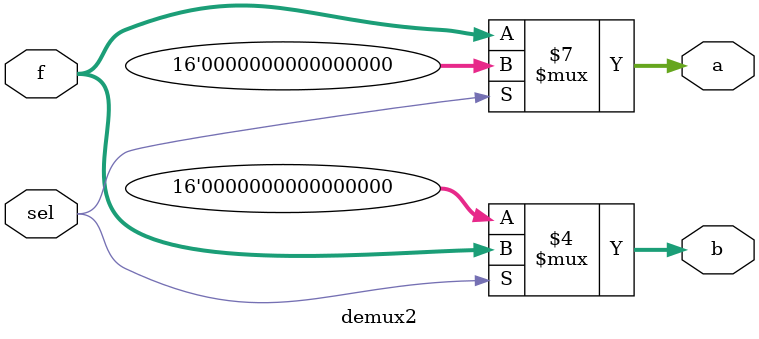
<source format=sv>
module demux2 #(parameter width = 16)
(
    input sel,
    input [width-1:0] f,
    output logic [width-1:0] a, b
);

always_comb
begin
    if (sel == 0) begin
        a = f;
        b = 1'b0;
    end else begin
        a = 1'b0;
        b = f;
    end
end

endmodule : demux2
</source>
